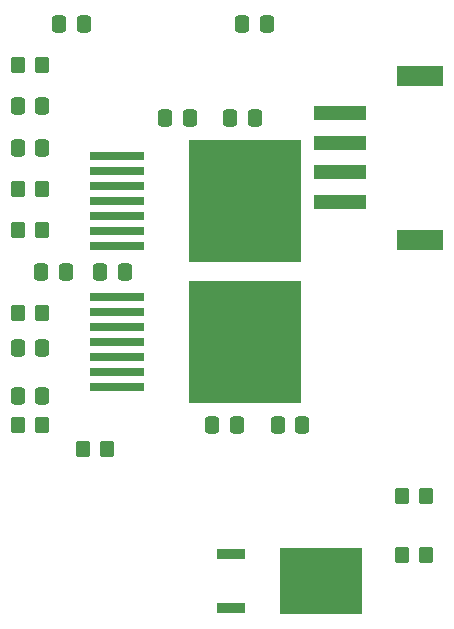
<source format=gbp>
%TF.GenerationSoftware,KiCad,Pcbnew,8.0.1-8.0.1-1~ubuntu22.04.1*%
%TF.CreationDate,2024-04-21T23:11:14-04:00*%
%TF.ProjectId,arm_drive_j2,61726d5f-6472-4697-9665-5f6a322e6b69,rev?*%
%TF.SameCoordinates,Original*%
%TF.FileFunction,Paste,Bot*%
%TF.FilePolarity,Positive*%
%FSLAX46Y46*%
G04 Gerber Fmt 4.6, Leading zero omitted, Abs format (unit mm)*
G04 Created by KiCad (PCBNEW 8.0.1-8.0.1-1~ubuntu22.04.1) date 2024-04-21 23:11:14*
%MOMM*%
%LPD*%
G01*
G04 APERTURE LIST*
G04 Aperture macros list*
%AMRoundRect*
0 Rectangle with rounded corners*
0 $1 Rounding radius*
0 $2 $3 $4 $5 $6 $7 $8 $9 X,Y pos of 4 corners*
0 Add a 4 corners polygon primitive as box body*
4,1,4,$2,$3,$4,$5,$6,$7,$8,$9,$2,$3,0*
0 Add four circle primitives for the rounded corners*
1,1,$1+$1,$2,$3*
1,1,$1+$1,$4,$5*
1,1,$1+$1,$6,$7*
1,1,$1+$1,$8,$9*
0 Add four rect primitives between the rounded corners*
20,1,$1+$1,$2,$3,$4,$5,0*
20,1,$1+$1,$4,$5,$6,$7,0*
20,1,$1+$1,$6,$7,$8,$9,0*
20,1,$1+$1,$8,$9,$2,$3,0*%
G04 Aperture macros list end*
%ADD10R,4.683400X0.762000*%
%ADD11R,9.557400X10.312400*%
%ADD12RoundRect,0.250000X0.350000X0.450000X-0.350000X0.450000X-0.350000X-0.450000X0.350000X-0.450000X0*%
%ADD13RoundRect,0.250000X0.337500X0.475000X-0.337500X0.475000X-0.337500X-0.475000X0.337500X-0.475000X0*%
%ADD14RoundRect,0.250000X-0.337500X-0.475000X0.337500X-0.475000X0.337500X0.475000X-0.337500X0.475000X0*%
%ADD15R,2.489200X0.939800*%
%ADD16R,7.016000X5.562600*%
%ADD17RoundRect,0.250000X-0.350000X-0.450000X0.350000X-0.450000X0.350000X0.450000X-0.350000X0.450000X0*%
%ADD18R,3.911600X1.803400*%
%ADD19R,4.495800X1.295400*%
G04 APERTURE END LIST*
D10*
%TO.C,U5*%
X24841700Y-44500000D03*
X24841700Y-48310000D03*
X24841700Y-47040000D03*
X24841700Y-45770000D03*
X24841700Y-43230000D03*
X24841700Y-41960000D03*
X24841700Y-40690000D03*
D11*
X35721300Y-44500000D03*
%TD*%
D12*
%TO.C,R12*%
X18500000Y-33000000D03*
X16500000Y-33000000D03*
%TD*%
%TO.C,R8*%
X18500000Y-47000000D03*
X16500000Y-47000000D03*
%TD*%
D13*
%TO.C,C13*%
X20537500Y-50500000D03*
X18462500Y-50500000D03*
%TD*%
D14*
%TO.C,C10*%
X23462500Y-50500000D03*
X25537500Y-50500000D03*
%TD*%
%TO.C,C12*%
X34462500Y-37500000D03*
X36537500Y-37500000D03*
%TD*%
D13*
%TO.C,C1*%
X22037500Y-29500000D03*
X19962500Y-29500000D03*
%TD*%
D12*
%TO.C,R9*%
X18500000Y-63500000D03*
X16500000Y-63500000D03*
%TD*%
D13*
%TO.C,C14*%
X18537500Y-36500000D03*
X16462500Y-36500000D03*
%TD*%
D15*
%TO.C,U3*%
X34500000Y-79000000D03*
D16*
X42122800Y-76714000D03*
D15*
X34500000Y-74428000D03*
%TD*%
D14*
%TO.C,C8*%
X28962500Y-37500000D03*
X31037500Y-37500000D03*
%TD*%
D13*
%TO.C,C9*%
X18537500Y-57000000D03*
X16462500Y-57000000D03*
%TD*%
D12*
%TO.C,R1*%
X51000000Y-74500000D03*
X49000000Y-74500000D03*
%TD*%
D13*
%TO.C,C16*%
X18537500Y-40000000D03*
X16462500Y-40000000D03*
%TD*%
%TO.C,C11*%
X35000000Y-63500000D03*
X32925000Y-63500000D03*
%TD*%
D12*
%TO.C,R11*%
X18500000Y-54000000D03*
X16500000Y-54000000D03*
%TD*%
D17*
%TO.C,R2*%
X49000000Y-69500000D03*
X51000000Y-69500000D03*
%TD*%
D10*
%TO.C,U4*%
X24841700Y-56500000D03*
X24841700Y-60310000D03*
X24841700Y-59040000D03*
X24841700Y-57770000D03*
X24841700Y-55230000D03*
X24841700Y-53960000D03*
X24841700Y-52690000D03*
D11*
X35721300Y-56500000D03*
%TD*%
D13*
%TO.C,C7*%
X40537500Y-63500000D03*
X38462500Y-63500000D03*
%TD*%
D12*
%TO.C,R10*%
X18500000Y-43500000D03*
X16500000Y-43500000D03*
%TD*%
D18*
%TO.C,J9*%
X50541050Y-47810400D03*
X50541050Y-33910402D03*
D19*
X43751050Y-37110401D03*
X43751050Y-39610401D03*
X43751050Y-42110401D03*
X43751050Y-44610401D03*
%TD*%
D13*
%TO.C,C2*%
X37537500Y-29500000D03*
X35462500Y-29500000D03*
%TD*%
%TO.C,C15*%
X18537500Y-61000000D03*
X16462500Y-61000000D03*
%TD*%
D12*
%TO.C,R7*%
X24000000Y-65500000D03*
X22000000Y-65500000D03*
%TD*%
M02*

</source>
